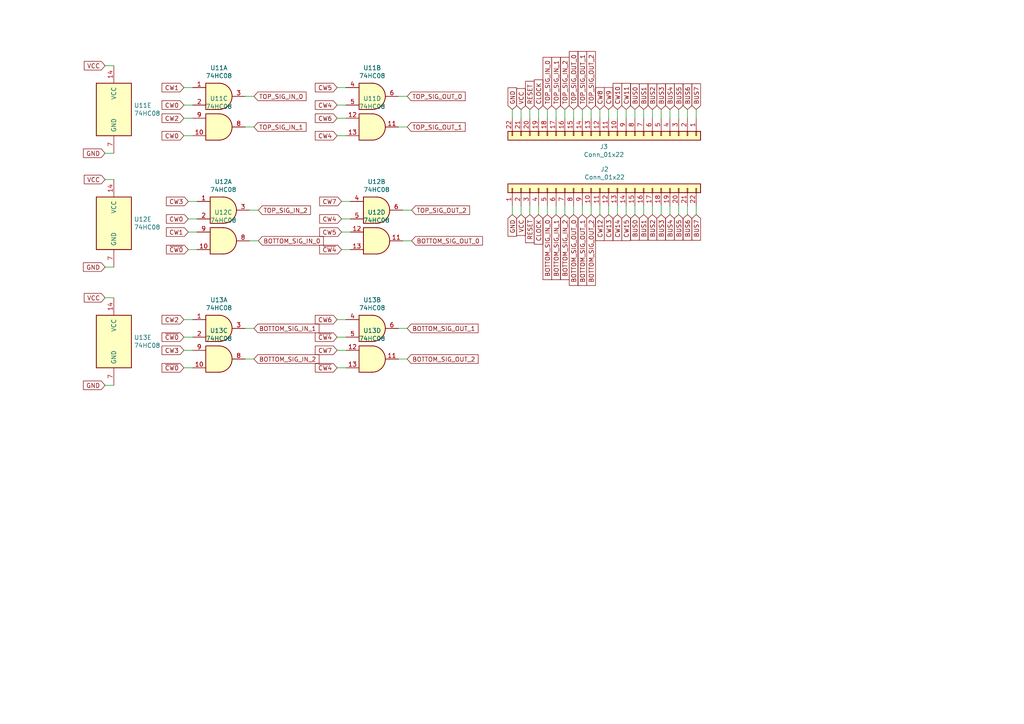
<source format=kicad_sch>
(kicad_sch (version 20230121) (generator eeschema)
  (paper "A4")
  (lib_symbols
    (symbol "74xx:74LS08" (pin_names (offset 1.016))
      (property "Reference" "U" (at 0 1.27 0))
      (property "Value" "74LS08" (at 0 -1.27 0))
      (symbol "74LS08_1_1"
        (arc (start 0 -3.81) (mid 3.7934 0) (end 0 3.81) (stroke (width 0.254)) (fill (type background)))
        (polyline (pts (xy 0 3.81) (xy -3.81 3.81) (xy -3.81 -3.81) (xy 0 -3.81)) (stroke (width 0.254)) (fill (type background)))
        (pin input line (at -7.62 2.54 0) (length 3.81) (name "~") (number "1"))
        (pin input line (at -7.62 -2.54 0) (length 3.81) (name "~") (number "2"))
        (pin output line (at 7.62 0 180) (length 3.81) (name "~") (number "3"))
      )
      (symbol "74LS08_1_2"
        (arc (start -3.81 -3.81) (mid -2.589 0) (end -3.81 3.81) (stroke (width 0.254)))
        (arc (start -0.6096 -3.81) (mid 2.1842 -2.5851) (end 3.81 0) (stroke (width 0.254)) (fill (type background)))
        (polyline (pts (xy -3.81 -3.81) (xy -0.635 -3.81)) (stroke (width 0.254)) (fill (type background)))
        (polyline (pts (xy -3.81 3.81) (xy -0.635 3.81)) (stroke (width 0.254)) (fill (type background)))
        (polyline (pts (xy -0.635 3.81) (xy -3.81 3.81) (xy -3.81 3.81) (xy -3.556 3.4036) (xy -3.0226 2.2606) (xy -2.6924 1.0414) (xy -2.6162 -0.254) (xy -2.7686 -1.4986) (xy -3.175 -2.7178) (xy -3.81 -3.81) (xy -3.81 -3.81) (xy -0.635 -3.81)) (stroke (width -25.4)) (fill (type background)))
        (arc (start 3.81 0) (mid 2.1915 2.5936) (end -0.6096 3.81) (stroke (width 0.254)) (fill (type background)))
        (pin input inverted (at -7.62 2.54 0) (length 4.318) (name "~") (number "1"))
        (pin input inverted (at -7.62 -2.54 0) (length 4.318) (name "~") (number "2"))
        (pin output inverted (at 7.62 0 180) (length 3.81) (name "~") (number "3"))
      )
      (symbol "74LS08_2_1"
        (arc (start 0 -3.81) (mid 3.7934 0) (end 0 3.81) (stroke (width 0.254)) (fill (type background)))
        (polyline (pts (xy 0 3.81) (xy -3.81 3.81) (xy -3.81 -3.81) (xy 0 -3.81)) (stroke (width 0.254)) (fill (type background)))
        (pin input line (at -7.62 2.54 0) (length 3.81) (name "~") (number "4"))
        (pin input line (at -7.62 -2.54 0) (length 3.81) (name "~") (number "5"))
        (pin output line (at 7.62 0 180) (length 3.81) (name "~") (number "6"))
      )
      (symbol "74LS08_2_2"
        (arc (start -3.81 -3.81) (mid -2.589 0) (end -3.81 3.81) (stroke (width 0.254)))
        (arc (start -0.6096 -3.81) (mid 2.1842 -2.5851) (end 3.81 0) (stroke (width 0.254)) (fill (type background)))
        (polyline (pts (xy -3.81 -3.81) (xy -0.635 -3.81)) (stroke (width 0.254)) (fill (type background)))
        (polyline (pts (xy -3.81 3.81) (xy -0.635 3.81)) (stroke (width 0.254)) (fill (type background)))
        (polyline (pts (xy -0.635 3.81) (xy -3.81 3.81) (xy -3.81 3.81) (xy -3.556 3.4036) (xy -3.0226 2.2606) (xy -2.6924 1.0414) (xy -2.6162 -0.254) (xy -2.7686 -1.4986) (xy -3.175 -2.7178) (xy -3.81 -3.81) (xy -3.81 -3.81) (xy -0.635 -3.81)) (stroke (width -25.4)) (fill (type background)))
        (arc (start 3.81 0) (mid 2.1915 2.5936) (end -0.6096 3.81) (stroke (width 0.254)) (fill (type background)))
        (pin input inverted (at -7.62 2.54 0) (length 4.318) (name "~") (number "4"))
        (pin input inverted (at -7.62 -2.54 0) (length 4.318) (name "~") (number "5"))
        (pin output inverted (at 7.62 0 180) (length 3.81) (name "~") (number "6"))
      )
      (symbol "74LS08_3_1"
        (arc (start 0 -3.81) (mid 3.7934 0) (end 0 3.81) (stroke (width 0.254)) (fill (type background)))
        (polyline (pts (xy 0 3.81) (xy -3.81 3.81) (xy -3.81 -3.81) (xy 0 -3.81)) (stroke (width 0.254)) (fill (type background)))
        (pin input line (at -7.62 -2.54 0) (length 3.81) (name "~") (number "10"))
        (pin output line (at 7.62 0 180) (length 3.81) (name "~") (number "8"))
        (pin input line (at -7.62 2.54 0) (length 3.81) (name "~") (number "9"))
      )
      (symbol "74LS08_3_2"
        (arc (start -3.81 -3.81) (mid -2.589 0) (end -3.81 3.81) (stroke (width 0.254)))
        (arc (start -0.6096 -3.81) (mid 2.1842 -2.5851) (end 3.81 0) (stroke (width 0.254)) (fill (type background)))
        (polyline (pts (xy -3.81 -3.81) (xy -0.635 -3.81)) (stroke (width 0.254)) (fill (type background)))
        (polyline (pts (xy -3.81 3.81) (xy -0.635 3.81)) (stroke (width 0.254)) (fill (type background)))
        (polyline (pts (xy -0.635 3.81) (xy -3.81 3.81) (xy -3.81 3.81) (xy -3.556 3.4036) (xy -3.0226 2.2606) (xy -2.6924 1.0414) (xy -2.6162 -0.254) (xy -2.7686 -1.4986) (xy -3.175 -2.7178) (xy -3.81 -3.81) (xy -3.81 -3.81) (xy -0.635 -3.81)) (stroke (width -25.4)) (fill (type background)))
        (arc (start 3.81 0) (mid 2.1915 2.5936) (end -0.6096 3.81) (stroke (width 0.254)) (fill (type background)))
        (pin input inverted (at -7.62 -2.54 0) (length 4.318) (name "~") (number "10"))
        (pin output inverted (at 7.62 0 180) (length 3.81) (name "~") (number "8"))
        (pin input inverted (at -7.62 2.54 0) (length 4.318) (name "~") (number "9"))
      )
      (symbol "74LS08_4_1"
        (arc (start 0 -3.81) (mid 3.7934 0) (end 0 3.81) (stroke (width 0.254)) (fill (type background)))
        (polyline (pts (xy 0 3.81) (xy -3.81 3.81) (xy -3.81 -3.81) (xy 0 -3.81)) (stroke (width 0.254)) (fill (type background)))
        (pin output line (at 7.62 0 180) (length 3.81) (name "~") (number "11"))
        (pin input line (at -7.62 2.54 0) (length 3.81) (name "~") (number "12"))
        (pin input line (at -7.62 -2.54 0) (length 3.81) (name "~") (number "13"))
      )
      (symbol "74LS08_4_2"
        (arc (start -3.81 -3.81) (mid -2.589 0) (end -3.81 3.81) (stroke (width 0.254)))
        (arc (start -0.6096 -3.81) (mid 2.1842 -2.5851) (end 3.81 0) (stroke (width 0.254)) (fill (type background)))
        (polyline (pts (xy -3.81 -3.81) (xy -0.635 -3.81)) (stroke (width 0.254)) (fill (type background)))
        (polyline (pts (xy -3.81 3.81) (xy -0.635 3.81)) (stroke (width 0.254)) (fill (type background)))
        (polyline (pts (xy -0.635 3.81) (xy -3.81 3.81) (xy -3.81 3.81) (xy -3.556 3.4036) (xy -3.0226 2.2606) (xy -2.6924 1.0414) (xy -2.6162 -0.254) (xy -2.7686 -1.4986) (xy -3.175 -2.7178) (xy -3.81 -3.81) (xy -3.81 -3.81) (xy -0.635 -3.81)) (stroke (width -25.4)) (fill (type background)))
        (arc (start 3.81 0) (mid 2.1915 2.5936) (end -0.6096 3.81) (stroke (width 0.254)) (fill (type background)))
        (pin output inverted (at 7.62 0 180) (length 3.81) (name "~") (number "11"))
        (pin input inverted (at -7.62 2.54 0) (length 4.318) (name "~") (number "12"))
        (pin input inverted (at -7.62 -2.54 0) (length 4.318) (name "~") (number "13"))
      )
      (symbol "74LS08_5_0"
        (pin power_in line (at 0 12.7 270) (length 5.08) (name "VCC") (number "14"))
        (pin power_in line (at 0 -12.7 90) (length 5.08) (name "GND") (number "7"))
      )
      (symbol "74LS08_5_1"
        (rectangle (start -5.08 7.62) (end 5.08 -7.62) (stroke (width 0.254)) (fill (type background)))
      )
    )
    (symbol "Connector_Generic:Conn_01x22" (pin_names (offset 1.016) hide)
      (property "Reference" "J" (at 0 27.94 0))
      (property "Value" "Conn_01x22" (at 0 -30.48 0))
      (symbol "Conn_01x22_1_1"
        (rectangle (start -1.27 -27.813) (end 0 -28.067) (stroke (width 0.1524)))
        (rectangle (start -1.27 -25.273) (end 0 -25.527) (stroke (width 0.1524)))
        (rectangle (start -1.27 -22.733) (end 0 -22.987) (stroke (width 0.1524)))
        (rectangle (start -1.27 -20.193) (end 0 -20.447) (stroke (width 0.1524)))
        (rectangle (start -1.27 -17.653) (end 0 -17.907) (stroke (width 0.1524)))
        (rectangle (start -1.27 -15.113) (end 0 -15.367) (stroke (width 0.1524)))
        (rectangle (start -1.27 -12.573) (end 0 -12.827) (stroke (width 0.1524)))
        (rectangle (start -1.27 -10.033) (end 0 -10.287) (stroke (width 0.1524)))
        (rectangle (start -1.27 -7.493) (end 0 -7.747) (stroke (width 0.1524)))
        (rectangle (start -1.27 -4.953) (end 0 -5.207) (stroke (width 0.1524)))
        (rectangle (start -1.27 -2.413) (end 0 -2.667) (stroke (width 0.1524)))
        (rectangle (start -1.27 0.127) (end 0 -0.127) (stroke (width 0.1524)))
        (rectangle (start -1.27 2.667) (end 0 2.413) (stroke (width 0.1524)))
        (rectangle (start -1.27 5.207) (end 0 4.953) (stroke (width 0.1524)))
        (rectangle (start -1.27 7.747) (end 0 7.493) (stroke (width 0.1524)))
        (rectangle (start -1.27 10.287) (end 0 10.033) (stroke (width 0.1524)))
        (rectangle (start -1.27 12.827) (end 0 12.573) (stroke (width 0.1524)))
        (rectangle (start -1.27 15.367) (end 0 15.113) (stroke (width 0.1524)))
        (rectangle (start -1.27 17.907) (end 0 17.653) (stroke (width 0.1524)))
        (rectangle (start -1.27 20.447) (end 0 20.193) (stroke (width 0.1524)))
        (rectangle (start -1.27 22.987) (end 0 22.733) (stroke (width 0.1524)))
        (rectangle (start -1.27 25.527) (end 0 25.273) (stroke (width 0.1524)))
        (rectangle (start -1.27 26.67) (end 1.27 -29.21) (stroke (width 0.254)) (fill (type background)))
        (pin passive line (at -5.08 25.4 0) (length 3.81) (name "Pin_1") (number "1"))
        (pin passive line (at -5.08 2.54 0) (length 3.81) (name "Pin_10") (number "10"))
        (pin passive line (at -5.08 0 0) (length 3.81) (name "Pin_11") (number "11"))
        (pin passive line (at -5.08 -2.54 0) (length 3.81) (name "Pin_12") (number "12"))
        (pin passive line (at -5.08 -5.08 0) (length 3.81) (name "Pin_13") (number "13"))
        (pin passive line (at -5.08 -7.62 0) (length 3.81) (name "Pin_14") (number "14"))
        (pin passive line (at -5.08 -10.16 0) (length 3.81) (name "Pin_15") (number "15"))
        (pin passive line (at -5.08 -12.7 0) (length 3.81) (name "Pin_16") (number "16"))
        (pin passive line (at -5.08 -15.24 0) (length 3.81) (name "Pin_17") (number "17"))
        (pin passive line (at -5.08 -17.78 0) (length 3.81) (name "Pin_18") (number "18"))
        (pin passive line (at -5.08 -20.32 0) (length 3.81) (name "Pin_19") (number "19"))
        (pin passive line (at -5.08 22.86 0) (length 3.81) (name "Pin_2") (number "2"))
        (pin passive line (at -5.08 -22.86 0) (length 3.81) (name "Pin_20") (number "20"))
        (pin passive line (at -5.08 -25.4 0) (length 3.81) (name "Pin_21") (number "21"))
        (pin passive line (at -5.08 -27.94 0) (length 3.81) (name "Pin_22") (number "22"))
        (pin passive line (at -5.08 20.32 0) (length 3.81) (name "Pin_3") (number "3"))
        (pin passive line (at -5.08 17.78 0) (length 3.81) (name "Pin_4") (number "4"))
        (pin passive line (at -5.08 15.24 0) (length 3.81) (name "Pin_5") (number "5"))
        (pin passive line (at -5.08 12.7 0) (length 3.81) (name "Pin_6") (number "6"))
        (pin passive line (at -5.08 10.16 0) (length 3.81) (name "Pin_7") (number "7"))
        (pin passive line (at -5.08 7.62 0) (length 3.81) (name "Pin_8") (number "8"))
        (pin passive line (at -5.08 5.08 0) (length 3.81) (name "Pin_9") (number "9"))
      )
    )
  )
  (wire (pts (xy 168.91 31.75) (xy 168.91 34.29)))
  (wire (pts (xy 163.83 31.75) (xy 163.83 34.29)))
  (wire (pts (xy 194.31 34.29) (xy 194.31 31.75)))
  (wire (pts (xy 173.99 59.69) (xy 173.99 62.23)))
  (wire (pts (xy 53.34 30.48) (xy 55.88 30.48)))
  (wire (pts (xy 151.13 31.75) (xy 151.13 34.29)))
  (wire (pts (xy 115.57 104.14) (xy 118.11 104.14)))
  (wire (pts (xy 173.99 34.29) (xy 173.99 31.75)))
  (wire (pts (xy 153.67 62.23) (xy 153.67 59.69)))
  (wire (pts (xy 71.12 95.25) (xy 73.66 95.25)))
  (wire (pts (xy 189.23 34.29) (xy 189.23 31.75)))
  (wire (pts (xy 148.59 62.23) (xy 148.59 59.69)))
  (wire (pts (xy 30.48 19.05) (xy 33.02 19.05)))
  (wire (pts (xy 181.61 59.69) (xy 181.61 62.23)))
  (wire (pts (xy 166.37 62.23) (xy 166.37 59.69)))
  (wire (pts (xy 30.48 86.36) (xy 33.02 86.36)))
  (wire (pts (xy 97.79 39.37) (xy 100.33 39.37)))
  (wire (pts (xy 184.15 34.29) (xy 184.15 31.75)))
  (wire (pts (xy 171.45 59.69) (xy 171.45 62.23)))
  (wire (pts (xy 196.85 34.29) (xy 196.85 31.75)))
  (wire (pts (xy 97.79 30.48) (xy 100.33 30.48)))
  (wire (pts (xy 71.12 27.94) (xy 73.66 27.94)))
  (wire (pts (xy 97.79 34.29) (xy 100.33 34.29)))
  (wire (pts (xy 97.79 101.6) (xy 100.33 101.6)))
  (wire (pts (xy 115.57 36.83) (xy 118.11 36.83)))
  (wire (pts (xy 116.84 69.85) (xy 119.38 69.85)))
  (wire (pts (xy 176.53 59.69) (xy 176.53 62.23)))
  (wire (pts (xy 53.34 92.71) (xy 55.88 92.71)))
  (wire (pts (xy 30.48 77.47) (xy 33.02 77.47)))
  (wire (pts (xy 168.91 59.69) (xy 168.91 62.23)))
  (wire (pts (xy 181.61 34.29) (xy 181.61 31.75)))
  (wire (pts (xy 72.39 69.85) (xy 74.93 69.85)))
  (wire (pts (xy 151.13 62.23) (xy 151.13 59.69)))
  (wire (pts (xy 53.34 101.6) (xy 55.88 101.6)))
  (wire (pts (xy 171.45 31.75) (xy 171.45 34.29)))
  (wire (pts (xy 161.29 62.23) (xy 161.29 59.69)))
  (wire (pts (xy 161.29 31.75) (xy 161.29 34.29)))
  (wire (pts (xy 71.12 104.14) (xy 73.66 104.14)))
  (wire (pts (xy 97.79 97.79) (xy 100.33 97.79)))
  (wire (pts (xy 194.31 59.69) (xy 194.31 62.23)))
  (wire (pts (xy 184.15 59.69) (xy 184.15 62.23)))
  (wire (pts (xy 30.48 52.07) (xy 33.02 52.07)))
  (wire (pts (xy 99.06 63.5) (xy 101.6 63.5)))
  (wire (pts (xy 186.69 59.69) (xy 186.69 62.23)))
  (wire (pts (xy 201.93 34.29) (xy 201.93 31.75)))
  (wire (pts (xy 199.39 59.69) (xy 199.39 62.23)))
  (wire (pts (xy 53.34 106.68) (xy 55.88 106.68)))
  (wire (pts (xy 71.12 36.83) (xy 73.66 36.83)))
  (wire (pts (xy 54.61 63.5) (xy 57.15 63.5)))
  (wire (pts (xy 97.79 106.68) (xy 100.33 106.68)))
  (wire (pts (xy 97.79 92.71) (xy 100.33 92.71)))
  (wire (pts (xy 158.75 31.75) (xy 158.75 34.29)))
  (wire (pts (xy 116.84 60.96) (xy 119.38 60.96)))
  (wire (pts (xy 176.53 34.29) (xy 176.53 31.75)))
  (wire (pts (xy 191.77 59.69) (xy 191.77 62.23)))
  (wire (pts (xy 156.21 31.75) (xy 156.21 34.29)))
  (wire (pts (xy 179.07 59.69) (xy 179.07 62.23)))
  (wire (pts (xy 99.06 58.42) (xy 101.6 58.42)))
  (wire (pts (xy 99.06 67.31) (xy 101.6 67.31)))
  (wire (pts (xy 201.93 59.69) (xy 201.93 62.23)))
  (wire (pts (xy 30.48 111.76) (xy 33.02 111.76)))
  (wire (pts (xy 99.06 72.39) (xy 101.6 72.39)))
  (wire (pts (xy 196.85 59.69) (xy 196.85 62.23)))
  (wire (pts (xy 156.21 62.23) (xy 156.21 59.69)))
  (wire (pts (xy 97.79 25.4) (xy 100.33 25.4)))
  (wire (pts (xy 54.61 67.31) (xy 57.15 67.31)))
  (wire (pts (xy 53.34 39.37) (xy 55.88 39.37)))
  (wire (pts (xy 189.23 59.69) (xy 189.23 62.23)))
  (wire (pts (xy 186.69 34.29) (xy 186.69 31.75)))
  (wire (pts (xy 53.34 25.4) (xy 55.88 25.4)))
  (wire (pts (xy 115.57 27.94) (xy 118.11 27.94)))
  (wire (pts (xy 163.83 62.23) (xy 163.83 59.69)))
  (wire (pts (xy 54.61 58.42) (xy 57.15 58.42)))
  (wire (pts (xy 199.39 34.29) (xy 199.39 31.75)))
  (wire (pts (xy 53.34 34.29) (xy 55.88 34.29)))
  (wire (pts (xy 115.57 95.25) (xy 118.11 95.25)))
  (wire (pts (xy 30.48 44.45) (xy 33.02 44.45)))
  (wire (pts (xy 191.77 34.29) (xy 191.77 31.75)))
  (wire (pts (xy 54.61 72.39) (xy 57.15 72.39)))
  (wire (pts (xy 158.75 62.23) (xy 158.75 59.69)))
  (wire (pts (xy 72.39 60.96) (xy 74.93 60.96)))
  (wire (pts (xy 166.37 31.75) (xy 166.37 34.29)))
  (wire (pts (xy 179.07 34.29) (xy 179.07 31.75)))
  (wire (pts (xy 148.59 31.75) (xy 148.59 34.29)))
  (wire (pts (xy 153.67 31.75) (xy 153.67 34.29)))
  (wire (pts (xy 53.34 97.79) (xy 55.88 97.79)))
  (global_label "CW4" (shape input) (at 97.79 30.48 180) (property "Intersheetrefs" "${INTERSHEET_REFS}" (effects hide)))
  (global_label "CW8" (shape input) (at 173.99 31.75 90) (property "Intersheetrefs" "${INTERSHEET_REFS}" (effects hide)))
  (global_label "CW1" (shape input) (at 53.34 25.4 180) (property "Intersheetrefs" "${INTERSHEET_REFS}" (effects hide)))
  (global_label "RESET" (shape input) (at 153.67 62.23 270) (property "Intersheetrefs" "${INTERSHEET_REFS}" (effects hide)))
  (global_label "BUS5" (shape input) (at 196.85 62.23 270) (property "Intersheetrefs" "${INTERSHEET_REFS}" (effects hide)))
  (global_label "CW4" (shape input) (at 97.79 39.37 180) (property "Intersheetrefs" "${INTERSHEET_REFS}" (effects hide)))
  (global_label "CW12" (shape input) (at 173.99 62.23 270) (property "Intersheetrefs" "${INTERSHEET_REFS}" (effects hide)))
  (global_label "TOP_SIG_IN_1" (shape input) (at 161.29 31.75 90) (property "Intersheetrefs" "${INTERSHEET_REFS}" (effects hide)))
  (global_label "CW1" (shape input) (at 54.61 67.31 180) (property "Intersheetrefs" "${INTERSHEET_REFS}" (effects hide)))
  (global_label "CW7" (shape input) (at 99.06 58.42 180) (property "Intersheetrefs" "${INTERSHEET_REFS}" (effects hide)))
  (global_label "TOP_SIG_IN_1" (shape input) (at 73.66 36.83 0) (property "Intersheetrefs" "${INTERSHEET_REFS}" (effects hide)))
  (global_label "BUS1" (shape input) (at 186.69 62.23 270) (property "Intersheetrefs" "${INTERSHEET_REFS}" (effects hide)))
  (global_label "GND" (shape input) (at 30.48 77.47 180) (property "Intersheetrefs" "${INTERSHEET_REFS}" (effects hide)))
  (global_label "CW9" (shape input) (at 176.53 31.75 90) (property "Intersheetrefs" "${INTERSHEET_REFS}" (effects hide)))
  (global_label "~{CW0}" (shape input) (at 53.34 97.79 180) (property "Intersheetrefs" "${INTERSHEET_REFS}" (effects hide)))
  (global_label "TOP_SIG_OUT_1" (shape input) (at 168.91 31.75 90) (property "Intersheetrefs" "${INTERSHEET_REFS}" (effects hide)))
  (global_label "TOP_SIG_IN_0" (shape input) (at 158.75 31.75 90) (property "Intersheetrefs" "${INTERSHEET_REFS}" (effects hide)))
  (global_label "CW14" (shape input) (at 179.07 62.23 270) (property "Intersheetrefs" "${INTERSHEET_REFS}" (effects hide)))
  (global_label "CW5" (shape input) (at 99.06 67.31 180) (property "Intersheetrefs" "${INTERSHEET_REFS}" (effects hide)))
  (global_label "VCC" (shape input) (at 30.48 19.05 180) (property "Intersheetrefs" "${INTERSHEET_REFS}" (effects hide)))
  (global_label "VCC" (shape input) (at 30.48 52.07 180) (property "Intersheetrefs" "${INTERSHEET_REFS}" (effects hide)))
  (global_label "CW7" (shape input) (at 97.79 101.6 180) (property "Intersheetrefs" "${INTERSHEET_REFS}" (effects hide)))
  (global_label "BUS0" (shape input) (at 184.15 62.23 270) (property "Intersheetrefs" "${INTERSHEET_REFS}" (effects hide)))
  (global_label "BUS6" (shape input) (at 199.39 31.75 90) (property "Intersheetrefs" "${INTERSHEET_REFS}" (effects hide)))
  (global_label "BOTTOM_SIG_OUT_0" (shape input) (at 166.37 62.23 270) (property "Intersheetrefs" "${INTERSHEET_REFS}" (effects hide)))
  (global_label "CW11" (shape input) (at 181.61 31.75 90) (property "Intersheetrefs" "${INTERSHEET_REFS}" (effects hide)))
  (global_label "CW6" (shape input) (at 97.79 92.71 180) (property "Intersheetrefs" "${INTERSHEET_REFS}" (effects hide)))
  (global_label "BUS2" (shape input) (at 189.23 62.23 270) (property "Intersheetrefs" "${INTERSHEET_REFS}" (effects hide)))
  (global_label "BOTTOM_SIG_OUT_0" (shape input) (at 119.38 69.85 0) (property "Intersheetrefs" "${INTERSHEET_REFS}" (effects hide)))
  (global_label "BUS6" (shape input) (at 199.39 62.23 270) (property "Intersheetrefs" "${INTERSHEET_REFS}" (effects hide)))
  (global_label "CW10" (shape input) (at 179.07 31.75 90) (property "Intersheetrefs" "${INTERSHEET_REFS}" (effects hide)))
  (global_label "CW2" (shape input) (at 53.34 34.29 180) (property "Intersheetrefs" "${INTERSHEET_REFS}" (effects hide)))
  (global_label "CW3" (shape input) (at 53.34 101.6 180) (property "Intersheetrefs" "${INTERSHEET_REFS}" (effects hide)))
  (global_label "CW15" (shape input) (at 181.61 62.23 270) (property "Intersheetrefs" "${INTERSHEET_REFS}" (effects hide)))
  (global_label "CW2" (shape input) (at 53.34 92.71 180) (property "Intersheetrefs" "${INTERSHEET_REFS}" (effects hide)))
  (global_label "TOP_SIG_OUT_0" (shape input) (at 166.37 31.75 90) (property "Intersheetrefs" "${INTERSHEET_REFS}" (effects hide)))
  (global_label "CW5" (shape input) (at 97.79 25.4 180) (property "Intersheetrefs" "${INTERSHEET_REFS}" (effects hide)))
  (global_label "BOTTOM_SIG_IN_1" (shape input) (at 161.29 62.23 270) (property "Intersheetrefs" "${INTERSHEET_REFS}" (effects hide)))
  (global_label "~{CW4}" (shape input) (at 97.79 97.79 180) (property "Intersheetrefs" "${INTERSHEET_REFS}" (effects hide)))
  (global_label "CW3" (shape input) (at 54.61 58.42 180) (property "Intersheetrefs" "${INTERSHEET_REFS}" (effects hide)))
  (global_label "RESET" (shape input) (at 153.67 31.75 90) (property "Intersheetrefs" "${INTERSHEET_REFS}" (effects hide)))
  (global_label "BOTTOM_SIG_IN_1" (shape input) (at 73.66 95.25 0) (property "Intersheetrefs" "${INTERSHEET_REFS}" (effects hide)))
  (global_label "TOP_SIG_IN_2" (shape input) (at 163.83 31.75 90) (property "Intersheetrefs" "${INTERSHEET_REFS}" (effects hide)))
  (global_label "TOP_SIG_OUT_0" (shape input) (at 118.11 27.94 0) (property "Intersheetrefs" "${INTERSHEET_REFS}" (effects hide)))
  (global_label "BOTTOM_SIG_OUT_2" (shape input) (at 118.11 104.14 0) (property "Intersheetrefs" "${INTERSHEET_REFS}" (effects hide)))
  (global_label "BUS7" (shape input) (at 201.93 62.23 270) (property "Intersheetrefs" "${INTERSHEET_REFS}" (effects hide)))
  (global_label "BOTTOM_SIG_OUT_1" (shape input) (at 168.91 62.23 270) (property "Intersheetrefs" "${INTERSHEET_REFS}" (effects hide)))
  (global_label "VCC" (shape input) (at 30.48 86.36 180) (property "Intersheetrefs" "${INTERSHEET_REFS}" (effects hide)))
  (global_label "BUS1" (shape input) (at 186.69 31.75 90) (property "Intersheetrefs" "${INTERSHEET_REFS}" (effects hide)))
  (global_label "BOTTOM_SIG_IN_2" (shape input) (at 163.83 62.23 270) (property "Intersheetrefs" "${INTERSHEET_REFS}" (effects hide)))
  (global_label "BUS5" (shape input) (at 196.85 31.75 90) (property "Intersheetrefs" "${INTERSHEET_REFS}" (effects hide)))
  (global_label "~{CW0}" (shape input) (at 54.61 72.39 180) (property "Intersheetrefs" "${INTERSHEET_REFS}" (effects hide)))
  (global_label "BUS3" (shape input) (at 191.77 31.75 90) (property "Intersheetrefs" "${INTERSHEET_REFS}" (effects hide)))
  (global_label "CW0" (shape input) (at 54.61 63.5 180) (property "Intersheetrefs" "${INTERSHEET_REFS}" (effects hide)))
  (global_label "BOTTOM_SIG_IN_0" (shape input) (at 158.75 62.23 270) (property "Intersheetrefs" "${INTERSHEET_REFS}" (effects hide)))
  (global_label "BUS3" (shape input) (at 191.77 62.23 270) (property "Intersheetrefs" "${INTERSHEET_REFS}" (effects hide)))
  (global_label "BOTTOM_SIG_IN_0" (shape input) (at 74.93 69.85 0) (property "Intersheetrefs" "${INTERSHEET_REFS}" (effects hide)))
  (global_label "CLOCK" (shape input) (at 156.21 62.23 270) (property "Intersheetrefs" "${INTERSHEET_REFS}" (effects hide)))
  (global_label "VCC" (shape input) (at 151.13 62.23 270) (property "Intersheetrefs" "${INTERSHEET_REFS}" (effects hide)))
  (global_label "TOP_SIG_OUT_2" (shape input) (at 171.45 31.75 90) (property "Intersheetrefs" "${INTERSHEET_REFS}" (effects hide)))
  (global_label "TOP_SIG_OUT_1" (shape input) (at 118.11 36.83 0) (property "Intersheetrefs" "${INTERSHEET_REFS}" (effects hide)))
  (global_label "GND" (shape input) (at 30.48 111.76 180) (property "Intersheetrefs" "${INTERSHEET_REFS}" (effects hide)))
  (global_label "~{CW4}" (shape input) (at 99.06 72.39 180) (property "Intersheetrefs" "${INTERSHEET_REFS}" (effects hide)))
  (global_label "BUS2" (shape input) (at 189.23 31.75 90) (property "Intersheetrefs" "${INTERSHEET_REFS}" (effects hide)))
  (global_label "BOTTOM_SIG_OUT_1" (shape input) (at 118.11 95.25 0) (property "Intersheetrefs" "${INTERSHEET_REFS}" (effects hide)))
  (global_label "CW6" (shape input) (at 97.79 34.29 180) (property "Intersheetrefs" "${INTERSHEET_REFS}" (effects hide)))
  (global_label "BOTTOM_SIG_OUT_2" (shape input) (at 171.45 62.23 270) (property "Intersheetrefs" "${INTERSHEET_REFS}" (effects hide)))
  (global_label "CW0" (shape input) (at 53.34 30.48 180) (property "Intersheetrefs" "${INTERSHEET_REFS}" (effects hide)))
  (global_label "~{CW4}" (shape input) (at 97.79 106.68 180) (property "Intersheetrefs" "${INTERSHEET_REFS}" (effects hide)))
  (global_label "BUS4" (shape input) (at 194.31 31.75 90) (property "Intersheetrefs" "${INTERSHEET_REFS}" (effects hide)))
  (global_label "VCC" (shape input) (at 151.13 31.75 90) (property "Intersheetrefs" "${INTERSHEET_REFS}" (effects hide)))
  (global_label "BOTTOM_SIG_IN_2" (shape input) (at 73.66 104.14 0) (property "Intersheetrefs" "${INTERSHEET_REFS}" (effects hide)))
  (global_label "CLOCK" (shape input) (at 156.21 31.75 90) (property "Intersheetrefs" "${INTERSHEET_REFS}" (effects hide)))
  (global_label "GND" (shape input) (at 148.59 31.75 90) (property "Intersheetrefs" "${INTERSHEET_REFS}" (effects hide)))
  (global_label "GND" (shape input) (at 148.59 62.23 270) (property "Intersheetrefs" "${INTERSHEET_REFS}" (effects hide)))
  (global_label "TOP_SIG_IN_2" (shape input) (at 74.93 60.96 0) (property "Intersheetrefs" "${INTERSHEET_REFS}" (effects hide)))
  (global_label "CW13" (shape input) (at 176.53 62.23 270) (property "Intersheetrefs" "${INTERSHEET_REFS}" (effects hide)))
  (global_label "BUS4" (shape input) (at 194.31 62.23 270) (property "Intersheetrefs" "${INTERSHEET_REFS}" (effects hide)))
  (global_label "BUS0" (shape input) (at 184.15 31.75 90) (property "Intersheetrefs" "${INTERSHEET_REFS}" (effects hide)))
  (global_label "TOP_SIG_OUT_2" (shape input) (at 119.38 60.96 0) (property "Intersheetrefs" "${INTERSHEET_REFS}" (effects hide)))
  (global_label "~{CW0}" (shape input) (at 53.34 106.68 180) (property "Intersheetrefs" "${INTERSHEET_REFS}" (effects hide)))
  (global_label "BUS7" (shape input) (at 201.93 31.75 90) (property "Intersheetrefs" "${INTERSHEET_REFS}" (effects hide)))
  (global_label "GND" (shape input) (at 30.48 44.45 180) (property "Intersheetrefs" "${INTERSHEET_REFS}" (effects hide)))
  (global_label "CW4" (shape input) (at 99.06 63.5 180) (property "Intersheetrefs" "${INTERSHEET_REFS}" (effects hide)))
  (global_label "TOP_SIG_IN_0" (shape input) (at 73.66 27.94 0) (property "Intersheetrefs" "${INTERSHEET_REFS}" (effects hide)))
  (global_label "CW0" (shape input) (at 53.34 39.37 180) (property "Intersheetrefs" "${INTERSHEET_REFS}" (effects hide)))
  (symbol (lib_id "Connector_Generic:Conn_01x22") (at 173.99 54.61 90) (unit 1)
    (property "Reference" "J2" (at 175.3616 49.0982 90))
    (property "Value" "Conn_01x22" (at 175.3616 51.4096 90))
    (property "Footprint" "Connector_PinSocket_2.54mm:PinSocket_1x22_P2.54mm_Horizontal" (effects hide))
    (instances (project "Control Module" (path "" (reference "J2") (unit 1)) (path "" (reference "J?") (unit 1))))
  )
  (symbol (lib_id "Connector_Generic:Conn_01x22") (at 176.53 39.37 270) (unit 1)
    (property "Reference" "J3" (at 175.1584 42.545 90))
    (property "Value" "Conn_01x22" (at 175.1584 44.8564 90))
    (property "Footprint" "Connector_PinSocket_2.54mm:PinSocket_1x22_P2.54mm_Horizontal" (effects hide))
    (instances (project "Control Module" (path "" (reference "J3") (unit 1)) (path "" (reference "J?") (unit 1))))
  )
  (symbol (lib_id "74xx:74LS08") (at 63.5 27.94 0) (unit 1)
    (property "Reference" "U11" (at 63.5 19.685 0))
    (property "Value" "74HC08" (at 63.5 21.9964 0))
    (property "Footprint" "Package_DIP:DIP-14_W7.62mm" (effects hide))
    (property "Datasheet" "http://www.ti.com/lit/gpn/sn74LS08" (effects hide))
    (instances (project "Control Module" (path "" (reference "U11") (unit 1)) (path "" (reference "U?") (unit 1))))
  )
  (symbol (lib_id "74xx:74LS08") (at 107.95 27.94 0) (unit 2)
    (property "Reference" "U11" (at 107.95 19.685 0))
    (property "Value" "74HC08" (at 107.95 21.9964 0))
    (property "Footprint" "Package_DIP:DIP-14_W7.62mm" (effects hide))
    (property "Datasheet" "http://www.ti.com/lit/gpn/sn74LS08" (effects hide))
    (instances (project "Control Module" (path "" (reference "U11") (unit 2)) (path "" (reference "U?") (unit 2))))
  )
  (symbol (lib_id "74xx:74LS08") (at 63.5 36.83 0) (unit 3)
    (property "Reference" "U11" (at 63.5 28.575 0))
    (property "Value" "74HC08" (at 63.5 30.8864 0))
    (property "Footprint" "Package_DIP:DIP-14_W7.62mm" (effects hide))
    (property "Datasheet" "http://www.ti.com/lit/gpn/sn74LS08" (effects hide))
    (instances (project "Control Module" (path "" (reference "U11") (unit 3)) (path "" (reference "U?") (unit 3))))
  )
  (symbol (lib_id "74xx:74LS08") (at 64.77 60.96 0) (unit 1)
    (property "Reference" "U12" (at 64.77 52.705 0))
    (property "Value" "74HC08" (at 64.77 55.0164 0))
    (property "Footprint" "Package_DIP:DIP-14_W7.62mm" (effects hide))
    (property "Datasheet" "http://www.ti.com/lit/gpn/sn74LS08" (effects hide))
    (instances (project "Control Module" (path "" (reference "U12") (unit 1)) (path "" (reference "U?") (unit 1))))
  )
  (symbol (lib_id "74xx:74LS08") (at 63.5 104.14 0) (unit 3)
    (property "Reference" "U13" (at 63.5 95.885 0))
    (property "Value" "74HC08" (at 63.5 98.1964 0))
    (property "Footprint" "Package_DIP:DIP-14_W7.62mm" (effects hide))
    (property "Datasheet" "http://www.ti.com/lit/gpn/sn74LS08" (effects hide))
    (instances (project "Control Module" (path "" (reference "U13") (unit 3)) (path "" (reference "U?") (unit 3))))
  )
  (symbol (lib_id "74xx:74LS08") (at 63.5 95.25 0) (unit 1)
    (property "Reference" "U13" (at 63.5 86.995 0))
    (property "Value" "74HC08" (at 63.5 89.3064 0))
    (property "Footprint" "Package_DIP:DIP-14_W7.62mm" (effects hide))
    (property "Datasheet" "http://www.ti.com/lit/gpn/sn74LS08" (effects hide))
    (instances (project "Control Module" (path "" (reference "U13") (unit 1)) (path "" (reference "U?") (unit 1))))
  )
  (symbol (lib_id "74xx:74LS08") (at 107.95 95.25 0) (unit 2)
    (property "Reference" "U13" (at 107.95 86.995 0))
    (property "Value" "74HC08" (at 107.95 89.3064 0))
    (property "Footprint" "Package_DIP:DIP-14_W7.62mm" (effects hide))
    (property "Datasheet" "http://www.ti.com/lit/gpn/sn74LS08" (effects hide))
    (instances (project "Control Module" (path "" (reference "U13") (unit 2)) (path "" (reference "U?") (unit 2))))
  )
  (symbol (lib_id "74xx:74LS08") (at 64.77 69.85 0) (unit 3)
    (property "Reference" "U12" (at 64.77 61.595 0))
    (property "Value" "74HC08" (at 64.77 63.9064 0))
    (property "Footprint" "Package_DIP:DIP-14_W7.62mm" (effects hide))
    (property "Datasheet" "http://www.ti.com/lit/gpn/sn74LS08" (effects hide))
    (instances (project "Control Module" (path "" (reference "U12") (unit 3)) (path "" (reference "U?") (unit 3))))
  )
  (symbol (lib_id "74xx:74LS08") (at 109.22 60.96 0) (unit 2)
    (property "Reference" "U12" (at 109.22 52.705 0))
    (property "Value" "74HC08" (at 109.22 55.0164 0))
    (property "Footprint" "Package_DIP:DIP-14_W7.62mm" (effects hide))
    (property "Datasheet" "http://www.ti.com/lit/gpn/sn74LS08" (effects hide))
    (instances (project "Control Module" (path "" (reference "U12") (unit 2)) (path "" (reference "U?") (unit 2))))
  )
  (symbol (lib_id "74xx:74LS08") (at 107.95 36.83 0) (unit 4)
    (property "Reference" "U11" (at 107.95 28.575 0))
    (property "Value" "74HC08" (at 107.95 30.8864 0))
    (property "Footprint" "Package_DIP:DIP-14_W7.62mm" (effects hide))
    (property "Datasheet" "http://www.ti.com/lit/gpn/sn74LS08" (effects hide))
    (instances (project "Control Module" (path "" (reference "U11") (unit 4)) (path "" (reference "U?") (unit 4))))
  )
  (symbol (lib_id "74xx:74LS08") (at 109.22 69.85 0) (unit 4)
    (property "Reference" "U12" (at 109.22 61.595 0))
    (property "Value" "74HC08" (at 109.22 63.9064 0))
    (property "Footprint" "Package_DIP:DIP-14_W7.62mm" (effects hide))
    (property "Datasheet" "http://www.ti.com/lit/gpn/sn74LS08" (effects hide))
    (instances (project "Control Module" (path "" (reference "U12") (unit 4)) (path "" (reference "U?") (unit 4))))
  )
  (symbol (lib_id "74xx:74LS08") (at 107.95 104.14 0) (unit 4)
    (property "Reference" "U13" (at 107.95 95.885 0))
    (property "Value" "74HC08" (at 107.95 98.1964 0))
    (property "Footprint" "Package_DIP:DIP-14_W7.62mm" (effects hide))
    (property "Datasheet" "http://www.ti.com/lit/gpn/sn74LS08" (effects hide))
    (instances (project "Control Module" (path "" (reference "U13") (unit 4)) (path "" (reference "U?") (unit 4))))
  )
  (symbol (lib_id "74xx:74LS08") (at 33.02 31.75 0) (unit 5)
    (property "Reference" "U11" (at 38.862 30.5816 0) (effects (justify left)))
    (property "Value" "74HC08" (at 38.862 32.893 0) (effects (justify left)))
    (property "Footprint" "Package_DIP:DIP-14_W7.62mm" (effects hide))
    (property "Datasheet" "http://www.ti.com/lit/gpn/sn74LS08" (effects hide))
  )
  (symbol (lib_id "74xx:74LS08") (at 33.02 64.77 0) (unit 5)
    (property "Reference" "U12" (at 38.862 63.6016 0) (effects (justify left)))
    (property "Value" "74HC08" (at 38.862 65.913 0) (effects (justify left)))
    (property "Footprint" "Package_DIP:DIP-14_W7.62mm" (effects hide))
    (property "Datasheet" "http://www.ti.com/lit/gpn/sn74LS08" (effects hide))
  )
  (symbol (lib_id "74xx:74LS08") (at 33.02 99.06 0) (unit 5)
    (property "Reference" "U13" (at 38.862 97.8916 0) (effects (justify left)))
    (property "Value" "74HC08" (at 38.862 100.203 0) (effects (justify left)))
    (property "Footprint" "Package_DIP:DIP-14_W7.62mm" (effects hide))
    (property "Datasheet" "http://www.ti.com/lit/gpn/sn74LS08" (effects hide))
  )
)
</source>
